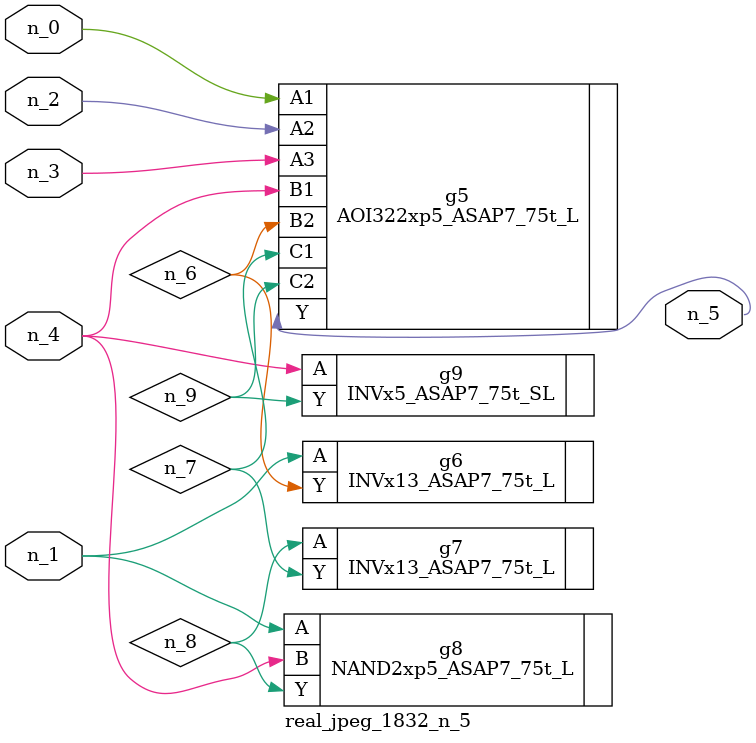
<source format=v>
module real_jpeg_1832_n_5 (n_4, n_0, n_1, n_2, n_3, n_5);

input n_4;
input n_0;
input n_1;
input n_2;
input n_3;

output n_5;

wire n_8;
wire n_6;
wire n_7;
wire n_9;

AOI322xp5_ASAP7_75t_L g5 ( 
.A1(n_0),
.A2(n_2),
.A3(n_3),
.B1(n_4),
.B2(n_6),
.C1(n_7),
.C2(n_9),
.Y(n_5)
);

INVx13_ASAP7_75t_L g6 ( 
.A(n_1),
.Y(n_6)
);

NAND2xp5_ASAP7_75t_L g8 ( 
.A(n_1),
.B(n_4),
.Y(n_8)
);

INVx5_ASAP7_75t_SL g9 ( 
.A(n_4),
.Y(n_9)
);

INVx13_ASAP7_75t_L g7 ( 
.A(n_8),
.Y(n_7)
);


endmodule
</source>
